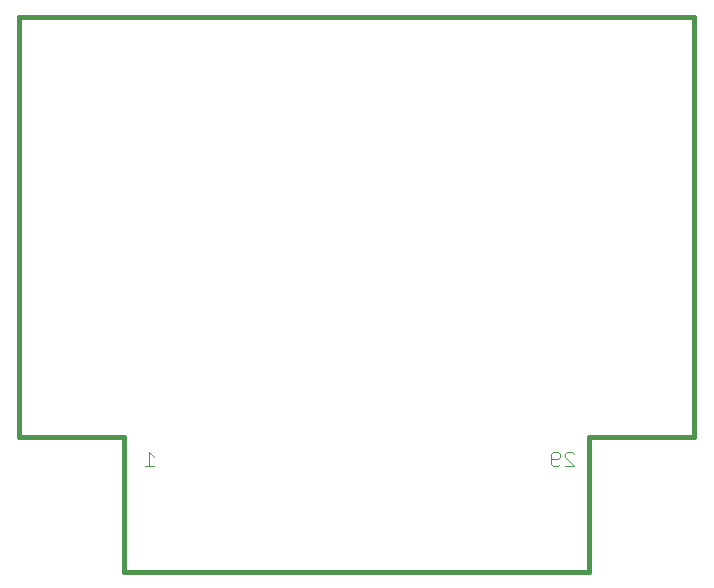
<source format=gbo>
G75*
%MOIN*%
%OFA0B0*%
%FSLAX25Y25*%
%IPPOS*%
%LPD*%
%AMOC8*
5,1,8,0,0,1.08239X$1,22.5*
%
%ADD10C,0.01600*%
%ADD11C,0.00400*%
D10*
X0176500Y0046900D02*
X0176500Y0186900D01*
X0401500Y0186900D01*
X0401500Y0046900D01*
X0366500Y0046900D01*
X0366500Y0001900D01*
X0211500Y0001900D01*
X0211500Y0046900D01*
X0176500Y0046900D01*
D11*
X0218231Y0037100D02*
X0221300Y0037100D01*
X0219765Y0037100D02*
X0219765Y0041704D01*
X0221300Y0040169D01*
X0353627Y0039402D02*
X0355929Y0039402D01*
X0356696Y0040169D01*
X0356696Y0040937D01*
X0355929Y0041704D01*
X0354394Y0041704D01*
X0353627Y0040937D01*
X0353627Y0037867D01*
X0354394Y0037100D01*
X0355929Y0037100D01*
X0356696Y0037867D01*
X0358231Y0037100D02*
X0361300Y0037100D01*
X0358231Y0040169D01*
X0358231Y0040937D01*
X0358998Y0041704D01*
X0360533Y0041704D01*
X0361300Y0040937D01*
M02*

</source>
